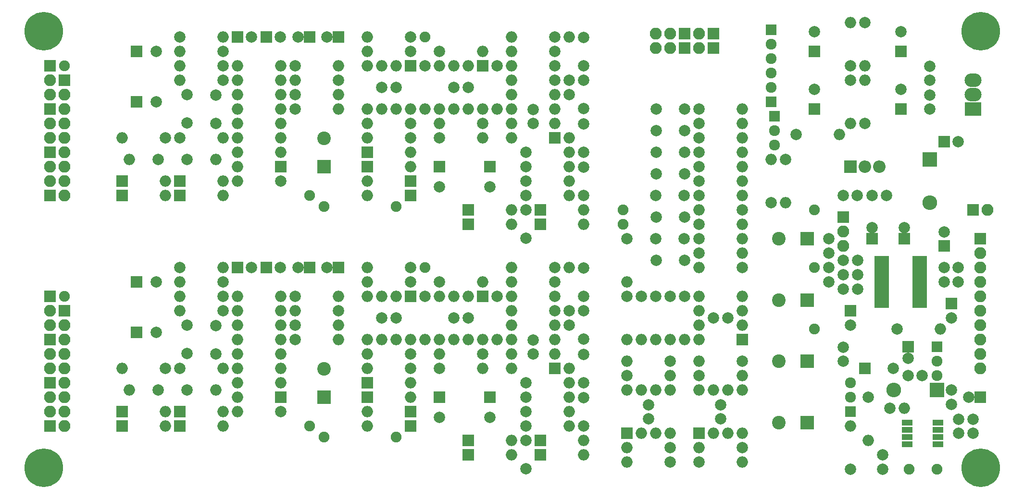
<source format=gts>
G04 #@! TF.FileFunction,Soldermask,Top*
%FSLAX46Y46*%
G04 Gerber Fmt 4.6, Leading zero omitted, Abs format (unit mm)*
G04 Created by KiCad (PCBNEW 4.0.6) date 11/03/19 12:25:45*
%MOMM*%
%LPD*%
G01*
G04 APERTURE LIST*
%ADD10C,0.100000*%
%ADD11C,2.000000*%
%ADD12O,2.000000X2.000000*%
%ADD13R,2.100000X2.100000*%
%ADD14O,2.100000X2.100000*%
%ADD15C,6.800000*%
%ADD16R,2.400000X2.400000*%
%ADD17C,2.400000*%
%ADD18R,2.600000X2.600000*%
%ADD19O,2.600000X2.600000*%
%ADD20R,2.000000X2.000000*%
%ADD21R,2.200000X2.200000*%
%ADD22O,2.200000X2.200000*%
%ADD23C,1.920000*%
%ADD24R,1.920000X1.920000*%
%ADD25R,1.950000X1.000000*%
%ADD26R,3.000000X2.400000*%
%ADD27O,3.000000X2.400000*%
%ADD28C,1.900000*%
%ADD29R,2.500000X0.800000*%
G04 APERTURE END LIST*
D10*
D11*
X71120000Y-10160000D03*
D12*
X71120000Y-17780000D03*
D13*
X168910000Y-40640000D03*
D14*
X168910000Y-43180000D03*
X168910000Y-45720000D03*
X168910000Y-48260000D03*
X168910000Y-50800000D03*
X168910000Y-53340000D03*
X168910000Y-55880000D03*
X168910000Y-58420000D03*
X168910000Y-60960000D03*
X168910000Y-63500000D03*
D15*
X169000000Y-81000000D03*
X169000000Y-4000000D03*
X4000000Y-4000000D03*
D13*
X5080000Y-25400000D03*
D14*
X7620000Y-25400000D03*
X5080000Y-27940000D03*
X7620000Y-27940000D03*
X5080000Y-30480000D03*
X7620000Y-30480000D03*
D16*
X138430000Y-40640000D03*
D17*
X133430000Y-40640000D03*
D18*
X160020000Y-26670000D03*
D19*
X160020000Y-34290000D03*
D11*
X29210000Y-15240000D03*
X29210000Y-20240000D03*
X144780000Y-33020000D03*
X147280000Y-33020000D03*
D20*
X162560000Y-23495000D03*
D11*
X165060000Y-23495000D03*
X152400000Y-33020000D03*
X149900000Y-33020000D03*
D20*
X154940000Y-17780000D03*
D11*
X154940000Y-14280000D03*
D20*
X154940000Y-7620000D03*
D11*
X154940000Y-4120000D03*
X160020000Y-17780000D03*
X160020000Y-15280000D03*
X160020000Y-12700000D03*
X160020000Y-10200000D03*
D20*
X139700000Y-17780000D03*
D11*
X139700000Y-14280000D03*
D20*
X139700000Y-7620000D03*
D11*
X139700000Y-4120000D03*
D20*
X168910000Y-68580000D03*
D11*
X166910000Y-68580000D03*
X163830000Y-67310000D03*
X163830000Y-69810000D03*
X156210000Y-64770000D03*
X158710000Y-64770000D03*
D20*
X156210000Y-59690000D03*
D11*
X156210000Y-61690000D03*
D20*
X20320000Y-7620000D03*
D11*
X23820000Y-7620000D03*
D20*
X20320000Y-16510000D03*
D11*
X23820000Y-16510000D03*
X34290000Y-20320000D03*
X34290000Y-15320000D03*
D20*
X50800000Y-5080000D03*
D11*
X48800000Y-5080000D03*
D20*
X55880000Y-5080000D03*
D11*
X53880000Y-5080000D03*
X66040000Y-13970000D03*
X63540000Y-13970000D03*
D20*
X73660000Y-27940000D03*
D11*
X73660000Y-31440000D03*
D20*
X82550000Y-27940000D03*
D11*
X82550000Y-31440000D03*
X78740000Y-13970000D03*
X76240000Y-13970000D03*
X90170000Y-20320000D03*
X90170000Y-17820000D03*
D20*
X20320000Y-48260000D03*
D11*
X23820000Y-48260000D03*
D20*
X20320000Y-57150000D03*
D11*
X23820000Y-57150000D03*
X29210000Y-55880000D03*
X29210000Y-60880000D03*
X34290000Y-60960000D03*
X34290000Y-55960000D03*
D20*
X50800000Y-45720000D03*
D11*
X48800000Y-45720000D03*
D20*
X55880000Y-45720000D03*
D11*
X53880000Y-45720000D03*
X66040000Y-54610000D03*
X63540000Y-54610000D03*
D20*
X73660000Y-68580000D03*
D11*
X73660000Y-72080000D03*
D20*
X82550000Y-68580000D03*
D11*
X82550000Y-72080000D03*
X78740000Y-54610000D03*
X76240000Y-54610000D03*
X90170000Y-60960000D03*
X90170000Y-58460000D03*
X165100000Y-74930000D03*
X165100000Y-72430000D03*
X167640000Y-74930000D03*
X167640000Y-72430000D03*
X151765000Y-78740000D03*
X151765000Y-81240000D03*
D20*
X163830000Y-52070000D03*
D11*
X163830000Y-54570000D03*
X162560000Y-48260000D03*
X165060000Y-48260000D03*
D20*
X162560000Y-41910000D03*
D11*
X162560000Y-39410000D03*
X162560000Y-45720000D03*
X165060000Y-45720000D03*
D20*
X155575000Y-40640000D03*
D11*
X155575000Y-38640000D03*
X147320000Y-46990000D03*
X144820000Y-46990000D03*
D20*
X149860000Y-40640000D03*
D11*
X149860000Y-38640000D03*
X147320000Y-44450000D03*
X144820000Y-44450000D03*
D20*
X146050000Y-53340000D03*
D11*
X146050000Y-55840000D03*
X147320000Y-49530000D03*
X144820000Y-49530000D03*
D16*
X138430000Y-51435000D03*
D17*
X133430000Y-51435000D03*
D11*
X124460000Y-54610000D03*
X121960000Y-54610000D03*
X123190000Y-72390000D03*
X123190000Y-69890000D03*
X110490000Y-72390000D03*
X110490000Y-69890000D03*
D16*
X138430000Y-62230000D03*
D17*
X133430000Y-62230000D03*
D16*
X138430000Y-73025000D03*
D17*
X133430000Y-73025000D03*
D18*
X161290000Y-67310000D03*
D19*
X153670000Y-67310000D03*
D20*
X27940000Y-30480000D03*
D12*
X35560000Y-30480000D03*
D20*
X27940000Y-33020000D03*
D12*
X35560000Y-33020000D03*
D20*
X17780000Y-30480000D03*
D12*
X25400000Y-30480000D03*
D20*
X17780000Y-33020000D03*
D12*
X25400000Y-33020000D03*
D20*
X91440000Y-35560000D03*
D12*
X99060000Y-35560000D03*
D20*
X91440000Y-38100000D03*
D12*
X99060000Y-38100000D03*
D20*
X78740000Y-35560000D03*
D12*
X86360000Y-35560000D03*
D20*
X78740000Y-38100000D03*
D12*
X86360000Y-38100000D03*
D20*
X68580000Y-30480000D03*
D12*
X60960000Y-30480000D03*
D20*
X68580000Y-33020000D03*
D12*
X60960000Y-33020000D03*
D20*
X60960000Y-27940000D03*
D12*
X68580000Y-27940000D03*
D20*
X60960000Y-25400000D03*
D12*
X68580000Y-25400000D03*
D20*
X27940000Y-71120000D03*
D12*
X35560000Y-71120000D03*
D20*
X27940000Y-73660000D03*
D12*
X35560000Y-73660000D03*
D20*
X17780000Y-71120000D03*
D12*
X25400000Y-71120000D03*
D20*
X17780000Y-73660000D03*
D12*
X25400000Y-73660000D03*
D20*
X91440000Y-76200000D03*
D12*
X99060000Y-76200000D03*
D20*
X91440000Y-78740000D03*
D12*
X99060000Y-78740000D03*
D20*
X78740000Y-76200000D03*
D12*
X86360000Y-76200000D03*
D20*
X78740000Y-78740000D03*
D12*
X86360000Y-78740000D03*
D20*
X68580000Y-71120000D03*
D12*
X60960000Y-71120000D03*
D20*
X68580000Y-73660000D03*
D12*
X60960000Y-73660000D03*
D20*
X60960000Y-68580000D03*
D12*
X68580000Y-68580000D03*
D20*
X60960000Y-66040000D03*
D12*
X68580000Y-66040000D03*
D21*
X146050000Y-27940000D03*
D22*
X148590000Y-27940000D03*
X151130000Y-27940000D03*
D23*
X161290000Y-62230000D03*
X161290000Y-64770000D03*
D24*
X161290000Y-59690000D03*
D20*
X45720000Y-27940000D03*
D12*
X38100000Y-10160000D03*
X45720000Y-25400000D03*
X38100000Y-12700000D03*
X45720000Y-22860000D03*
X38100000Y-15240000D03*
X45720000Y-20320000D03*
X38100000Y-17780000D03*
X45720000Y-17780000D03*
X38100000Y-20320000D03*
X45720000Y-15240000D03*
X38100000Y-22860000D03*
X45720000Y-12700000D03*
X38100000Y-25400000D03*
X45720000Y-10160000D03*
X38100000Y-27940000D03*
D20*
X68580000Y-10160000D03*
D12*
X60960000Y-17780000D03*
X66040000Y-10160000D03*
X63500000Y-17780000D03*
X63500000Y-10160000D03*
X66040000Y-17780000D03*
X60960000Y-10160000D03*
X68580000Y-17780000D03*
D20*
X81280000Y-10160000D03*
D12*
X73660000Y-17780000D03*
X78740000Y-10160000D03*
X76200000Y-17780000D03*
X76200000Y-10160000D03*
X78740000Y-17780000D03*
X73660000Y-10160000D03*
X81280000Y-17780000D03*
D20*
X93980000Y-22860000D03*
D12*
X86360000Y-15240000D03*
X93980000Y-20320000D03*
X86360000Y-17780000D03*
X93980000Y-17780000D03*
X86360000Y-20320000D03*
X93980000Y-15240000D03*
X86360000Y-22860000D03*
D20*
X45720000Y-68580000D03*
D12*
X38100000Y-50800000D03*
X45720000Y-66040000D03*
X38100000Y-53340000D03*
X45720000Y-63500000D03*
X38100000Y-55880000D03*
X45720000Y-60960000D03*
X38100000Y-58420000D03*
X45720000Y-58420000D03*
X38100000Y-60960000D03*
X45720000Y-55880000D03*
X38100000Y-63500000D03*
X45720000Y-53340000D03*
X38100000Y-66040000D03*
X45720000Y-50800000D03*
X38100000Y-68580000D03*
D20*
X68580000Y-50800000D03*
D12*
X60960000Y-58420000D03*
X66040000Y-50800000D03*
X63500000Y-58420000D03*
X63500000Y-50800000D03*
X66040000Y-58420000D03*
X60960000Y-50800000D03*
X68580000Y-58420000D03*
D20*
X81280000Y-50800000D03*
D12*
X73660000Y-58420000D03*
X78740000Y-50800000D03*
X76200000Y-58420000D03*
X76200000Y-50800000D03*
X78740000Y-58420000D03*
X73660000Y-50800000D03*
X81280000Y-58420000D03*
D20*
X93980000Y-63500000D03*
D12*
X86360000Y-55880000D03*
X93980000Y-60960000D03*
X86360000Y-58420000D03*
X93980000Y-58420000D03*
X86360000Y-60960000D03*
X93980000Y-55880000D03*
X86360000Y-63500000D03*
D25*
X161450000Y-76835000D03*
X161450000Y-75565000D03*
X161450000Y-74295000D03*
X161450000Y-73025000D03*
X156050000Y-73025000D03*
X156050000Y-74295000D03*
X156050000Y-75565000D03*
X156050000Y-76835000D03*
D20*
X127000000Y-58420000D03*
D12*
X119380000Y-50800000D03*
X127000000Y-55880000D03*
X119380000Y-53340000D03*
X127000000Y-53340000D03*
X119380000Y-55880000D03*
X127000000Y-50800000D03*
X119380000Y-58420000D03*
D20*
X119380000Y-74930000D03*
D12*
X127000000Y-67310000D03*
X121920000Y-74930000D03*
X124460000Y-67310000D03*
X124460000Y-74930000D03*
X121920000Y-67310000D03*
X127000000Y-74930000D03*
X119380000Y-67310000D03*
D20*
X106680000Y-74930000D03*
D12*
X114300000Y-67310000D03*
X109220000Y-74930000D03*
X111760000Y-67310000D03*
X111760000Y-74930000D03*
X109220000Y-67310000D03*
X114300000Y-74930000D03*
X106680000Y-67310000D03*
D11*
X24130000Y-26670000D03*
D12*
X19050000Y-26670000D03*
D11*
X29210000Y-26670000D03*
D12*
X34290000Y-26670000D03*
D11*
X24130000Y-67310000D03*
D12*
X19050000Y-67310000D03*
D11*
X29210000Y-67310000D03*
D12*
X34290000Y-67310000D03*
D26*
X167640000Y-17780000D03*
D27*
X167640000Y-15240000D03*
X167640000Y-12700000D03*
D13*
X5080000Y-10160000D03*
D14*
X5080000Y-12700000D03*
X5080000Y-15240000D03*
D13*
X5080000Y-50800000D03*
D14*
X5080000Y-53340000D03*
X5080000Y-55880000D03*
D13*
X5080000Y-17780000D03*
D14*
X7620000Y-17780000D03*
X5080000Y-20320000D03*
X7620000Y-20320000D03*
X5080000Y-22860000D03*
X7620000Y-22860000D03*
D13*
X5080000Y-58420000D03*
D14*
X7620000Y-58420000D03*
X5080000Y-60960000D03*
X7620000Y-60960000D03*
X5080000Y-63500000D03*
X7620000Y-63500000D03*
D13*
X7620000Y-12700000D03*
D14*
X7620000Y-15240000D03*
D13*
X7620000Y-53340000D03*
D14*
X7620000Y-55880000D03*
D13*
X5080000Y-33020000D03*
D14*
X7620000Y-33020000D03*
D13*
X5080000Y-73660000D03*
D14*
X7620000Y-73660000D03*
D13*
X121920000Y-4445000D03*
D14*
X119380000Y-4445000D03*
D13*
X121920000Y-6985000D03*
D14*
X119380000Y-6985000D03*
D13*
X116840000Y-4445000D03*
D14*
X114300000Y-4445000D03*
X111760000Y-4445000D03*
D13*
X116840000Y-6985000D03*
D14*
X114300000Y-6985000D03*
X111760000Y-6985000D03*
D23*
X132080000Y-13970000D03*
X132080000Y-11430000D03*
D24*
X132080000Y-16510000D03*
D23*
X132080000Y-6350000D03*
X132080000Y-8890000D03*
D24*
X132080000Y-3810000D03*
D23*
X146050000Y-68580000D03*
X146050000Y-66040000D03*
D24*
X146050000Y-71120000D03*
D11*
X148590000Y-20320000D03*
D12*
X148590000Y-12700000D03*
D11*
X148590000Y-2540000D03*
D12*
X148590000Y-10160000D03*
D11*
X146050000Y-12700000D03*
D12*
X146050000Y-20320000D03*
D11*
X146050000Y-10160000D03*
D12*
X146050000Y-2540000D03*
D11*
X27940000Y-5080000D03*
D12*
X35560000Y-5080000D03*
D11*
X35560000Y-7620000D03*
D12*
X27940000Y-7620000D03*
D11*
X35560000Y-10160000D03*
D12*
X27940000Y-10160000D03*
D11*
X35560000Y-12700000D03*
D12*
X27940000Y-12700000D03*
D11*
X25400000Y-22860000D03*
D12*
X17780000Y-22860000D03*
D11*
X27940000Y-22860000D03*
D12*
X35560000Y-22860000D03*
D11*
X45720000Y-30480000D03*
D12*
X38100000Y-30480000D03*
D11*
X48260000Y-10160000D03*
D12*
X55880000Y-10160000D03*
D11*
X48260000Y-17780000D03*
D12*
X55880000Y-17780000D03*
D11*
X55880000Y-12700000D03*
D12*
X48260000Y-12700000D03*
D11*
X48260000Y-15240000D03*
D12*
X55880000Y-15240000D03*
D11*
X68580000Y-5080000D03*
D12*
X60960000Y-5080000D03*
D11*
X68580000Y-7620000D03*
D12*
X60960000Y-7620000D03*
D11*
X68580000Y-22860000D03*
D12*
X60960000Y-22860000D03*
D11*
X68580000Y-20320000D03*
D12*
X60960000Y-20320000D03*
D11*
X73660000Y-22860000D03*
D12*
X81280000Y-22860000D03*
D11*
X73660000Y-7620000D03*
D12*
X81280000Y-7620000D03*
D11*
X83820000Y-10160000D03*
D12*
X83820000Y-17780000D03*
D11*
X81280000Y-20320000D03*
D12*
X73660000Y-20320000D03*
D11*
X93980000Y-7620000D03*
D12*
X86360000Y-7620000D03*
D11*
X93980000Y-5080000D03*
D12*
X86360000Y-5080000D03*
D11*
X93980000Y-10160000D03*
D12*
X86360000Y-10160000D03*
D11*
X93980000Y-12700000D03*
D12*
X86360000Y-12700000D03*
D11*
X96520000Y-15240000D03*
D12*
X96520000Y-22860000D03*
D11*
X96520000Y-12700000D03*
D12*
X96520000Y-5080000D03*
D11*
X88900000Y-25400000D03*
D12*
X96520000Y-25400000D03*
D11*
X88900000Y-33020000D03*
D12*
X96520000Y-33020000D03*
D11*
X88900000Y-27940000D03*
D12*
X96520000Y-27940000D03*
D11*
X88900000Y-30480000D03*
D12*
X96520000Y-30480000D03*
D11*
X27940000Y-45720000D03*
D12*
X35560000Y-45720000D03*
D11*
X35560000Y-48260000D03*
D12*
X27940000Y-48260000D03*
D11*
X35560000Y-50800000D03*
D12*
X27940000Y-50800000D03*
D11*
X35560000Y-53340000D03*
D12*
X27940000Y-53340000D03*
D11*
X25400000Y-63500000D03*
D12*
X17780000Y-63500000D03*
D11*
X27940000Y-63500000D03*
D12*
X35560000Y-63500000D03*
D11*
X45720000Y-71120000D03*
D12*
X38100000Y-71120000D03*
D11*
X48260000Y-50800000D03*
D12*
X55880000Y-50800000D03*
D11*
X48260000Y-58420000D03*
D12*
X55880000Y-58420000D03*
D11*
X55880000Y-53340000D03*
D12*
X48260000Y-53340000D03*
D11*
X48260000Y-55880000D03*
D12*
X55880000Y-55880000D03*
D11*
X68580000Y-45720000D03*
D12*
X60960000Y-45720000D03*
D11*
X68580000Y-48260000D03*
D12*
X60960000Y-48260000D03*
D11*
X68580000Y-63500000D03*
D12*
X60960000Y-63500000D03*
D11*
X68580000Y-60960000D03*
D12*
X60960000Y-60960000D03*
D11*
X73660000Y-63500000D03*
D12*
X81280000Y-63500000D03*
D11*
X73660000Y-48260000D03*
D12*
X81280000Y-48260000D03*
D11*
X71120000Y-50800000D03*
D12*
X71120000Y-58420000D03*
D11*
X83820000Y-50800000D03*
D12*
X83820000Y-58420000D03*
D11*
X81280000Y-60960000D03*
D12*
X73660000Y-60960000D03*
D11*
X93980000Y-48260000D03*
D12*
X86360000Y-48260000D03*
D11*
X93980000Y-45720000D03*
D12*
X86360000Y-45720000D03*
D11*
X93980000Y-50800000D03*
D12*
X86360000Y-50800000D03*
D11*
X93980000Y-53340000D03*
D12*
X86360000Y-53340000D03*
D11*
X96520000Y-55880000D03*
D12*
X96520000Y-63500000D03*
D11*
X96520000Y-53340000D03*
D12*
X96520000Y-45720000D03*
D11*
X88900000Y-66040000D03*
D12*
X96520000Y-66040000D03*
D11*
X88900000Y-73660000D03*
D12*
X96520000Y-73660000D03*
D11*
X88900000Y-68580000D03*
D12*
X96520000Y-68580000D03*
D11*
X88900000Y-71120000D03*
D12*
X96520000Y-71120000D03*
D11*
X149225000Y-68580000D03*
D12*
X149225000Y-76200000D03*
D11*
X146050000Y-81280000D03*
D12*
X146050000Y-73660000D03*
D11*
X119380000Y-20320000D03*
D12*
X127000000Y-20320000D03*
D11*
X119380000Y-17780000D03*
D12*
X127000000Y-17780000D03*
D11*
X119380000Y-27940000D03*
D12*
X127000000Y-27940000D03*
D11*
X127000000Y-35560000D03*
D12*
X119380000Y-35560000D03*
D11*
X119380000Y-30480000D03*
D12*
X127000000Y-30480000D03*
D11*
X119380000Y-33020000D03*
D12*
X127000000Y-33020000D03*
D11*
X127000000Y-77470000D03*
D12*
X119380000Y-77470000D03*
D11*
X119380000Y-80010000D03*
D12*
X127000000Y-80010000D03*
D11*
X114300000Y-77470000D03*
D12*
X106680000Y-77470000D03*
D11*
X114300000Y-80010000D03*
D12*
X106680000Y-80010000D03*
D11*
X114300000Y-50800000D03*
D12*
X114300000Y-58420000D03*
D11*
X106680000Y-50800000D03*
D12*
X106680000Y-58420000D03*
D11*
X106680000Y-40640000D03*
D12*
X106680000Y-48260000D03*
D11*
X119380000Y-25400000D03*
D12*
X127000000Y-25400000D03*
D11*
X119380000Y-22860000D03*
D12*
X127000000Y-22860000D03*
D11*
X119380000Y-38100000D03*
D12*
X127000000Y-38100000D03*
D11*
X127000000Y-45720000D03*
D12*
X119380000Y-45720000D03*
D11*
X119380000Y-40640000D03*
D12*
X127000000Y-40640000D03*
D11*
X119380000Y-43180000D03*
D12*
X127000000Y-43180000D03*
D11*
X127000000Y-62230000D03*
D12*
X119380000Y-62230000D03*
D11*
X119380000Y-64770000D03*
D12*
X127000000Y-64770000D03*
D11*
X114300000Y-62230000D03*
D12*
X106680000Y-62230000D03*
D11*
X106680000Y-64770000D03*
D12*
X114300000Y-64770000D03*
D11*
X116840000Y-50800000D03*
D12*
X116840000Y-58420000D03*
D11*
X109220000Y-50800000D03*
D12*
X109220000Y-58420000D03*
D11*
X111760000Y-50800000D03*
D12*
X111760000Y-58420000D03*
D28*
X161290000Y-81280000D03*
X156410000Y-81280000D03*
D11*
X144780000Y-62230000D03*
X144780000Y-59730000D03*
X142240000Y-40640000D03*
X142240000Y-43140000D03*
X142240000Y-45720000D03*
X142240000Y-48220000D03*
D13*
X144780000Y-36830000D03*
D14*
X144780000Y-39370000D03*
X144780000Y-41910000D03*
D28*
X106045000Y-35560000D03*
X106045000Y-38100000D03*
X139700000Y-56515000D03*
X139700000Y-45720000D03*
D13*
X167640000Y-35560000D03*
D14*
X170180000Y-35560000D03*
D28*
X7620000Y-50800000D03*
X7620000Y-10160000D03*
D13*
X5080000Y-66040000D03*
D14*
X7620000Y-66040000D03*
X5080000Y-68580000D03*
X7620000Y-68580000D03*
X5080000Y-71120000D03*
X7620000Y-71120000D03*
D20*
X148590000Y-63500000D03*
D11*
X153590000Y-63500000D03*
X134620000Y-26670000D03*
D12*
X134620000Y-34290000D03*
D11*
X132080000Y-34290000D03*
D12*
X132080000Y-26670000D03*
D11*
X136525000Y-22225000D03*
D12*
X144145000Y-22225000D03*
D23*
X132715000Y-21590000D03*
X132715000Y-24130000D03*
D24*
X132715000Y-19050000D03*
D11*
X153035000Y-70485000D03*
D12*
X155575000Y-70485000D03*
D15*
X4000000Y-81000000D03*
D20*
X38100000Y-5080000D03*
D11*
X40600000Y-5080000D03*
D20*
X43180000Y-5080000D03*
D11*
X45680000Y-5080000D03*
D20*
X38100000Y-45720000D03*
D11*
X40600000Y-45720000D03*
D20*
X43180000Y-45720000D03*
D11*
X45680000Y-45720000D03*
D16*
X53340000Y-27940000D03*
D17*
X53340000Y-22940000D03*
D16*
X53340000Y-68580000D03*
D17*
X53340000Y-63580000D03*
D28*
X139700000Y-35560000D03*
X53340000Y-34925000D03*
X50800000Y-33020000D03*
X71120000Y-5080000D03*
X66040000Y-34925000D03*
X53340000Y-75565000D03*
X50800000Y-73660000D03*
X71120000Y-45720000D03*
X66040000Y-75565000D03*
D29*
X158290000Y-52485000D03*
X158290000Y-51835000D03*
X158290000Y-51185000D03*
X158290000Y-50535000D03*
X158290000Y-49885000D03*
X158290000Y-49235000D03*
X158290000Y-48585000D03*
X158290000Y-47935000D03*
X158290000Y-47285000D03*
X158290000Y-46635000D03*
X158290000Y-45985000D03*
X158290000Y-45335000D03*
X158290000Y-44685000D03*
X158290000Y-44035000D03*
X151590000Y-44035000D03*
X151590000Y-44685000D03*
X151590000Y-45335000D03*
X151590000Y-45985000D03*
X151590000Y-46635000D03*
X151590000Y-47285000D03*
X151590000Y-47935000D03*
X151590000Y-48585000D03*
X151590000Y-49235000D03*
X151590000Y-49885000D03*
X151590000Y-50535000D03*
X151590000Y-51185000D03*
X151590000Y-51835000D03*
X151590000Y-52485000D03*
D11*
X99060000Y-12700000D03*
X99060000Y-17700000D03*
X99060000Y-10160000D03*
X99060000Y-5160000D03*
X99060000Y-25400000D03*
X99060000Y-20400000D03*
X99060000Y-33020000D03*
X99060000Y-28020000D03*
X88900000Y-35560000D03*
X88900000Y-40560000D03*
X99060000Y-53340000D03*
X99060000Y-58340000D03*
X99060000Y-50800000D03*
X99060000Y-45800000D03*
X99060000Y-66040000D03*
X99060000Y-61040000D03*
X99060000Y-73660000D03*
X99060000Y-68660000D03*
X88900000Y-76200000D03*
X88900000Y-81200000D03*
X116840000Y-17780000D03*
X111840000Y-17780000D03*
X116840000Y-25400000D03*
X111840000Y-25400000D03*
X111760000Y-33020000D03*
X116760000Y-33020000D03*
X116840000Y-36830000D03*
X111840000Y-36830000D03*
X116840000Y-21590000D03*
X111840000Y-21590000D03*
X116840000Y-29210000D03*
X111840000Y-29210000D03*
X116840000Y-44450000D03*
X111840000Y-44450000D03*
X111760000Y-40640000D03*
X116760000Y-40640000D03*
X154305000Y-56515000D03*
D12*
X161925000Y-56515000D03*
M02*

</source>
